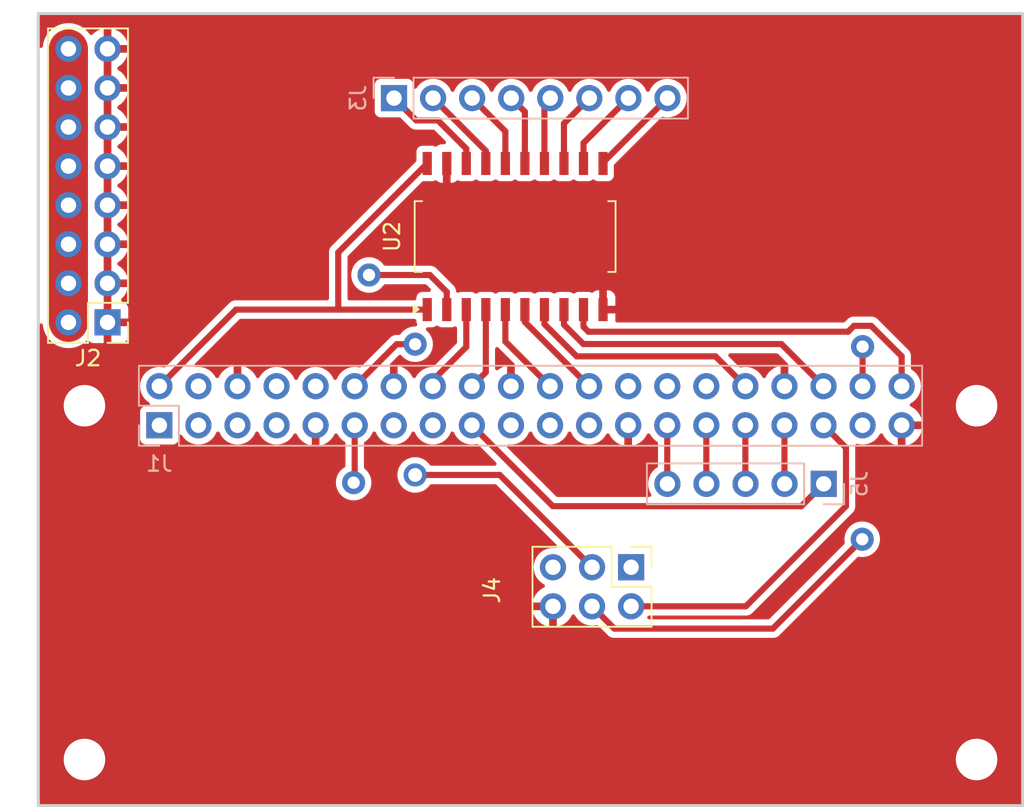
<source format=kicad_pcb>
(kicad_pcb (version 20240108) (generator "pcbnew") (generator_version "8.0")
  (title_block (date "15 nov 2012"))
  (layers (0 "F.Cu" signal) (31 "B.Cu" signal) (36 "B.SilkS" user "B.Silkscreen") (37 "F.SilkS" user "F.Silkscreen") (38 "B.Mask" user) (39 "F.Mask" user) (44 "Edge.Cuts" user))
  (net 0 "")
  (net 1 "GND")
  (net 2 "/GPIO2{slash}SDA1")
  (net 3 "/GPIO3{slash}SCL1")
  (net 4 "/GPIO4{slash}GPCLK0")
  (net 5 "/GPIO27")
  (net 6 "/GPIO26")
  (net 7 "/GPIO7{slash}SPI0.CE1")
  (net 8 "/ID_SCL")
  (net 9 "/GPIO5")
  (net 10 "/GPIO6")
  (net 11 "/GPIO13{slash}PWM1")
  (net 12 "+5V")
  (net 13 "+3V3")
  (net 14 "SMI_SD14")
  (net 15 "SMI_SD1")
  (net 16 "SMI_SD7")
  (net 17 "SMI_SD8")
  (net 18 "I2S_CLK")
  (net 19 "SMI_SD4")
  (net 20 "SMI_SD3")
  (net 21 "I2S_SD")
  (net 22 "SMI_SD16")
  (net 23 "I2S_WS")
  (net 24 "SMI_SD0")
  (net 25 "SMI_SD15")
  (net 26 "SMI_SD9")
  (net 27 "SMI_SD2")
  (net 28 "SMI_SD6")
  (net 29 "SMI_SD17")
  (net 30 "SMI_SD13")
  (net 31 "Net-(J3-Pin_7)")
  (net 32 "Net-(J3-Pin_5)")
  (net 33 "Net-(J3-Pin_1)")
  (net 34 "Net-(J3-Pin_6)")
  (net 35 "Net-(J3-Pin_8)")
  (net 36 "Net-(J3-Pin_2)")
  (net 37 "Net-(J3-Pin_3)")
  (net 38 "Net-(J3-Pin_4)")
  (net 39 "/GPIO0{slash}ID_SDA")
  (net 41 "+12V")
  (footprint "MountingHole:MountingHole_2.7mm_M2.5" (layer "F.Cu") (at 161.5 73.5)
    (property "Reference" "MH2" (hide yes))
    (property "Value" "MountingHole_2.7mm_M2.5" (hide yes))
    (pad "" np_thru_hole circle (at 0 0) (size 2.7 2.7) (drill 2.7) (layers "*.Cu" "*.Mask"))
  )
  (footprint "Connector_PinHeader_2.54mm:PinHeader_2x08_P2.54mm_Vertical" (layer "F.Cu") (at 105 68.08 180)
    (property "Reference" "J2" (at 1.27 -2.33 0) (layer "F.SilkS"))
    (property "Value" "LED power bus")
    (fp_line (start 3.87 -1.33) (end 3.87 19.11) (stroke (width 0.12)) (layer "F.SilkS"))
    (fp_line (start 1.27 1.27) (end 1.27 -1.33) (stroke (width 0.12)) (layer "F.SilkS"))
    (fp_line (start 1.27 -1.33) (end 3.87 -1.33) (stroke (width 0.12)) (layer "F.SilkS"))
    (fp_line (start -1.33 19.11) (end 3.87 19.11) (stroke (width 0.12)) (layer "F.SilkS"))
    (fp_line (start -1.33 1.27) (end 1.27 1.27) (stroke (width 0.12)) (layer "F.SilkS"))
    (fp_line (start -1.33 1.27) (end -1.33 19.11) (stroke (width 0.12)) (layer "F.SilkS"))
    (fp_line (start -1.33 0) (end -1.33 -1.33) (stroke (width 0.12)) (layer "F.SilkS"))
    (fp_line (start -1.33 -1.33) (end 0 -1.33) (stroke (width 0.12)) (layer "F.SilkS"))
    (pad "1a" thru_hole rect (at 0 0 180) (size 1.7 1.7) (drill 1) (layers "*.Cu" "*.Mask") (net 1 "GND"))
    (pad "1b" thru_hole oval (at 2.54 0 180) (size 1.7 1.7) (drill 1) (layers "*.Cu" "*.Mask") (net 41 "+12V"))
    (pad "2a" thru_hole oval (at 0 2.54 180) (size 1.7 1.7) (drill 1) (layers "*.Cu" "*.Mask") (net 1 "GND"))
    (pad "2b" thru_hole oval (at 2.54 2.54 180) (size 1.7 1.7) (drill 1) (layers "*.Cu" "*.Mask") (net 41 "+12V"))
    (pad "3a" thru_hole oval (at 0 5.08 180) (size 1.7 1.7) (drill 1) (layers "*.Cu" "*.Mask") (net 1 "GND"))
    (pad "3b" thru_hole oval (at 2.54 5.08 180) (size 1.7 1.7) (drill 1) (layers "*.Cu" "*.Mask") (net 41 "+12V"))
    (pad "4a" thru_hole oval (at 0 7.62 180) (size 1.7 1.7) (drill 1) (layers "*.Cu" "*.Mask") (net 1 "GND"))
    (pad "4b" thru_hole oval (at 2.54 7.62 180) (size 1.7 1.7) (drill 1) (layers "*.Cu" "*.Mask") (net 41 "+12V"))
    (pad "5a" thru_hole oval (at 0 10.16 180) (size 1.7 1.7) (drill 1) (layers "*.Cu" "*.Mask") (net 1 "GND"))
    (pad "5b" thru_hole oval (at 2.54 10.16 180) (size 1.7 1.7) (drill 1) (layers "*.Cu" "*.Mask") (net 41 "+12V"))
    (pad "6a" thru_hole oval (at 0 12.7 180) (size 1.7 1.7) (drill 1) (layers "*.Cu" "*.Mask") (net 1 "GND"))
    (pad "6b" thru_hole oval (at 2.54 12.7 180) (size 1.7 1.7) (drill 1) (layers "*.Cu" "*.Mask") (net 41 "+12V"))
    (pad "7a" thru_hole oval (at 0 15.24 180) (size 1.7 1.7) (drill 1) (layers "*.Cu" "*.Mask") (net 1 "GND"))
    (pad "7b" thru_hole oval (at 2.54 15.24 180) (size 1.7 1.7) (drill 1) (layers "*.Cu" "*.Mask") (net 41 "+12V"))
    (pad "8a" thru_hole oval (at 0 17.78 180) (size 1.7 1.7) (drill 1) (layers "*.Cu" "*.Mask") (net 1 "GND"))
    (pad "8b" thru_hole oval (at 2.54 17.78 180) (size 1.7 1.7) (drill 1) (layers "*.Cu" "*.Mask") (net 41 "+12V"))
  )
  (footprint "Package_SO:SO-20_12.8x7.5mm_P1.27mm" (layer "F.Cu") (at 131.5 62.5 90)
    (property "Reference" "U2" (at 0 -8 90) (layer "F.SilkS"))
    (property "Value" "74HC245")
    (fp_line (start -2.3 -6.53) (end 2.3 -6.53) (stroke (width 0.12)) (layer "F.SilkS"))
    (fp_line (start 2.3 -6.05) (end 2.3 -6.53) (stroke (width 0.12)) (layer "F.SilkS"))
    (fp_line (start -2.3 -6.05) (end -2.3 -6.53) (stroke (width 0.12)) (layer "F.SilkS"))
    (fp_line (start 2.3 6.05) (end 2.3 6.53) (stroke (width 0.12)) (layer "F.SilkS"))
    (fp_line (start -2.3 6.53) (end -2.3 6.05) (stroke (width 0.12)) (layer "F.SilkS"))
    (fp_line (start -2.3 6.53) (end 2.3 6.53) (stroke (width 0.12)) (layer "F.SilkS"))
    (fp_poly (pts (xy -4.725 -6.275) (xy -4.965 -6.605) (xy -4.485 -6.605) (xy -4.725 -6.275)) (stroke (width 0.12)) (fill solid) (layer "F.SilkS"))
    (pad "1" smd rect (at -4.75 -5.715 90) (size 1.5 0.6) (layers "F.Cu" "F.Paste" "F.Mask") (net 12 "+5V"))
    (pad "2" smd rect (at -4.75 -4.445 90) (size 1.5 0.6) (layers "F.Cu" "F.Paste" "F.Mask") (net 26 "SMI_SD9"))
    (pad "3" smd rect (at -4.75 -3.175 90) (size 1.5 0.6) (layers "F.Cu" "F.Paste" "F.Mask") (net 25 "SMI_SD15"))
    (pad "4" smd rect (at -4.75 -1.905 90) (size 1.5 0.6) (layers "F.Cu" "F.Paste" "F.Mask") (net 22 "SMI_SD16"))
    (pad "5" smd rect (at -4.75 -0.635 90) (size 1.5 0.6) (layers "F.Cu" "F.Paste" "F.Mask") (net 29 "SMI_SD17"))
    (pad "6" smd rect (at -4.75 0.635 90) (size 1.5 0.6) (layers "F.Cu" "F.Paste" "F.Mask") (net 24 "SMI_SD0"))
    (pad "7" smd rect (at -4.75 1.905 90) (size 1.5 0.6) (layers "F.Cu" "F.Paste" "F.Mask") (net 19 "SMI_SD4"))
    (pad "8" smd rect (at -4.75 3.175 90) (size 1.5 0.6) (layers "F.Cu" "F.Paste" "F.Mask") (net 17 "SMI_SD8"))
    (pad "9" smd rect (at -4.75 4.445 90) (size 1.5 0.6) (layers "F.Cu" "F.Paste" "F.Mask") (net 30 "SMI_SD13"))
    (pad "10" smd rect (at -4.75 5.715 90) (size 1.5 0.6) (layers "F.Cu" "F.Paste" "F.Mask") (net 1 "GND"))
    (pad "11" smd rect (at 4.75 5.715 90) (size 1.5 0.6) (layers "F.Cu" "F.Paste" "F.Mask") (net 35 "Net-(J3-Pin_8)"))
    (pad "12" smd rect (at 4.75 4.445 90) (size 1.5 0.6) (layers "F.Cu" "F.Paste" "F.Mask") (net 31 "Net-(J3-Pin_7)"))
    (pad "13" smd rect (at 4.75 3.175 90) (size 1.5 0.6) (layers "F.Cu" "F.Paste" "F.Mask") (net 34 "Net-(J3-Pin_6)"))
    (pad "14" smd rect (at 4.75 1.905 90) (size 1.5 0.6) (layers "F.Cu" "F.Paste" "F.Mask") (net 32 "Net-(J3-Pin_5)"))
    (pad "15" smd rect (at 4.75 0.635 90) (size 1.5 0.6) (layers "F.Cu" "F.Paste" "F.Mask") (net 38 "Net-(J3-Pin_4)"))
    (pad "16" smd rect (at 4.75 -0.635 90) (size 1.5 0.6) (layers "F.Cu" "F.Paste" "F.Mask") (net 37 "Net-(J3-Pin_3)"))
    (pad "17" smd rect (at 4.75 -1.905 90) (size 1.5 0.6) (layers "F.Cu" "F.Paste" "F.Mask") (net 36 "Net-(J3-Pin_2)"))
    (pad "18" smd rect (at 4.75 -3.175 90) (size 1.5 0.6) (layers "F.Cu" "F.Paste" "F.Mask") (net 33 "Net-(J3-Pin_1)"))
    (pad "19" smd rect (at 4.75 -4.445 90) (size 1.5 0.6) (layers "F.Cu" "F.Paste" "F.Mask") (net 1 "GND"))
    (pad "20" smd rect (at 4.75 -5.715 90) (size 1.5 0.6) (layers "F.Cu" "F.Paste" "F.Mask") (net 12 "+5V"))
  )
  (footprint "MountingHole:MountingHole_2.7mm_M2.5" (layer "F.Cu") (at 103.5 96.5)
    (property "Reference" "MH3" (hide yes))
    (property "Value" "MountingHole_2.7mm_M2.5" (hide yes))
    (pad "" np_thru_hole circle (at 0 0) (size 2.7 2.7) (drill 2.7) (layers "*.Cu" "*.Mask"))
  )
  (footprint "MountingHole:MountingHole_2.7mm_M2.5" (layer "F.Cu") (at 103.5 73.5)
    (property "Reference" "MH1" (hide yes))
    (property "Value" "MountingHole_2.7mm_M2.5" (hide yes))
    (pad "" np_thru_hole circle (at 0 0) (size 2.7 2.7) (drill 2.7) (layers "*.Cu" "*.Mask"))
  )
  (footprint "MountingHole:MountingHole_2.7mm_M2.5" (layer "F.Cu") (at 161.5 96.5)
    (property "Reference" "MH4" (hide yes))
    (property "Value" "MountingHole_2.7mm_M2.5" (hide yes))
    (pad "" np_thru_hole circle (at 0 0) (size 2.7 2.7) (drill 2.7) (layers "*.Cu" "*.Mask"))
  )
  (footprint "Connector_PinHeader_2.54mm:PinHeader_2x03_P2.54mm_Vertical" (layer "F.Cu") (at 139.04 84 -90)
    (property "Reference" "J4" (at 1.5 9.04 90) (layer "F.SilkS"))
    (property "Value" "I2S Mic connector")
    (fp_line (start -1.33 6.41) (end 3.87 6.41) (stroke (width 0.12)) (layer "F.SilkS"))
    (fp_line (start -1.33 1.27) (end -1.33 6.41) (stroke (width 0.12)) (layer "F.SilkS"))
    (fp_line (start -1.33 1.27) (end 1.27 1.27) (stroke (width 0.12)) (layer "F.SilkS"))
    (fp_line (start 1.27 1.27) (end 1.27 -1.33) (stroke (width 0.12)) (layer "F.SilkS"))
    (fp_line (start -1.33 0) (end -1.33 -1.33) (stroke (width 0.12)) (layer "F.SilkS"))
    (fp_line (start -1.33 -1.33) (end 0 -1.33) (stroke (width 0.12)) (layer "F.SilkS"))
    (fp_line (start 1.27 -1.33) (end 3.87 -1.33) (stroke (width 0.12)) (layer "F.SilkS"))
    (fp_line (start 3.87 -1.33) (end 3.87 6.41) (stroke (width 0.12)) (layer "F.SilkS"))
    (pad "1" thru_hole rect (at 0 0 270) (size 1.7 1.7) (drill 1) (layers "*.Cu" "*.Mask"))
    (pad "2" thru_hole oval (at 2.54 0 270) (size 1.7 1.7) (drill 1) (layers "*.Cu" "*.Mask") (net 23 "I2S_WS"))
    (pad "3" thru_hole oval (at 0 2.54 270) (size 1.7 1.7) (drill 1) (layers "*.Cu" "*.Mask") (net 18 "I2S_CLK"))
    (pad "4" thru_hole oval (at 2.54 2.54 270) (size 1.7 1.7) (drill 1) (layers "*.Cu" "*.Mask") (net 21 "I2S_SD"))
    (pad "5" thru_hole oval (at 0 5.08 270) (size 1.7 1.7) (drill 1) (layers "*.Cu" "*.Mask") (net 13 "+3V3"))
    (pad "6" thru_hole oval (at 2.54 5.08 270) (size 1.7 1.7) (drill 1) (layers "*.Cu" "*.Mask") (net 1 "GND"))
  )
  (footprint "Connector_PinSocket_2.54mm:PinSocket_2x20_P2.54mm_Vertical" (layer "B.Cu") (at 108.37 74.77 -90)
    (property "Reference" "J1" (at 2.5 0 0) (layer "B.SilkS") (effects (justify mirror)))
    (property "Value" "GPIO")
    (fp_line (start -1.27 1.33) (end -3.87 1.33) (stroke (width 0.12)) (layer "B.SilkS"))
    (fp_line (start 1.33 1.33) (end 0 1.33) (stroke (width 0.12)) (layer "B.SilkS"))
    (fp_line (start 1.33 0) (end 1.33 1.33) (stroke (width 0.12)) (layer "B.SilkS"))
    (fp_line (start -1.27 -1.27) (end -1.27 1.33) (stroke (width 0.12)) (layer "B.SilkS"))
    (fp_line (start 1.33 -1.27) (end -1.27 -1.27) (stroke (width 0.12)) (layer "B.SilkS"))
    (fp_line (start -3.87 -49.59) (end -3.87 1.33) (stroke (width 0.12)) (layer "B.SilkS"))
    (fp_line (start 1.33 -49.59) (end 1.33 -1.27) (stroke (width 0.12)) (layer "B.SilkS"))
    (fp_line (start 1.33 -49.59) (end -3.87 -49.59) (stroke (width 0.12)) (layer "B.SilkS"))
    (pad "1" thru_hole rect (at 0 0 270) (size 1.7 1.7) (drill 1) (layers "*.Cu" "*.Mask") (net 13 "+3V3"))
    (pad "2" thru_hole oval (at -2.54 0 270) (size 1.7 1.7) (drill 1) (layers "*.Cu" "*.Mask") (net 12 "+5V"))
    (pad "3" thru_hole oval (at 0 -2.54 270) (size 1.7 1.7) (drill 1) (layers "*.Cu" "*.Mask") (net 2 "/GPIO2{slash}SDA1"))
    (pad "4" thru_hole oval (at -2.54 -2.54 270) (size 1.7 1.7) (drill 1) (layers "*.Cu" "*.Mask") (net 12 "+5V"))
    (pad "5" thru_hole oval (at 0 -5.08 270) (size 1.7 1.7) (drill 1) (layers "*.Cu" "*.Mask") (net 3 "/GPIO3{slash}SCL1"))
    (pad "6" thru_hole oval (at -2.54 -5.08 270) (size 1.7 1.7) (drill 1) (layers "*.Cu" "*.Mask") (net 1 "GND"))
    (pad "7" thru_hole oval (at 0 -7.62 270) (size 1.7 1.7) (drill 1) (layers "*.Cu" "*.Mask") (net 4 "/GPIO4{slash}GPCLK0"))
    (pad "8" thru_hole oval (at -2.54 -7.62 270) (size 1.7 1.7) (drill 1) (layers "*.Cu" "*.Mask") (net 28 "SMI_SD6"))
    (pad "9" thru_hole oval (at 0 -10.16 270) (size 1.7 1.7) (drill 1) (layers "*.Cu" "*.Mask") (net 1 "GND"))
    (pad "10" thru_hole oval (at -2.54 -10.16 270) (size 1.7 1.7) (drill 1) (layers "*.Cu" "*.Mask") (net 16 "SMI_SD7"))
    (pad "11" thru_hole oval (at 0 -12.7 270) (size 1.7 1.7) (drill 1) (layers "*.Cu" "*.Mask") (net 26 "SMI_SD9"))
    (pad "12" thru_hole oval (at -2.54 -12.7 270) (size 1.7 1.7) (drill 1) (layers "*.Cu" "*.Mask") (net 18 "I2S_CLK"))
    (pad "13" thru_hole oval (at 0 -15.24 270) (size 1.7 1.7) (drill 1) (layers "*.Cu" "*.Mask") (net 5 "/GPIO27"))
    (pad "14" thru_hole oval (at -2.54 -15.24 270) (size 1.7 1.7) (drill 1) (layers "*.Cu" "*.Mask") (net 1 "GND"))
    (pad "15" thru_hole oval (at 0 -17.78 270) (size 1.7 1.7) (drill 1) (layers "*.Cu" "*.Mask") (net 14 "SMI_SD14"))
    (pad "16" thru_hole oval (at -2.54 -17.78 270) (size 1.7 1.7) (drill 1) (layers "*.Cu" "*.Mask") (net 25 "SMI_SD15"))
    (pad "17" thru_hole oval (at 0 -20.32 270) (size 1.7 1.7) (drill 1) (layers "*.Cu" "*.Mask") (net 13 "+3V3"))
    (pad "18" thru_hole oval (at -2.54 -20.32 270) (size 1.7 1.7) (drill 1) (layers "*.Cu" "*.Mask") (net 22 "SMI_SD16"))
    (pad "19" thru_hole oval (at 0 -22.86 270) (size 1.7 1.7) (drill 1) (layers "*.Cu" "*.Mask") (net 27 "SMI_SD2"))
    (pad "20" thru_hole oval (at -2.54 -22.86 270) (size 1.7 1.7) (drill 1) (layers "*.Cu" "*.Mask") (net 1 "GND"))
    (pad "21" thru_hole oval (at 0 -25.4 270) (size 1.7 1.7) (drill 1) (layers "*.Cu" "*.Mask") (net 15 "SMI_SD1"))
    (pad "22" thru_hole oval (at -2.54 -25.4 270) (size 1.7 1.7) (drill 1) (layers "*.Cu" "*.Mask") (net 29 "SMI_SD17"))
    (pad "23" thru_hole oval (at 0 -27.94 270) (size 1.7 1.7) (drill 1) (layers "*.Cu" "*.Mask") (net 20 "SMI_SD3"))
    (pad "24" thru_hole oval (at -2.54 -27.94 270) (size 1.7 1.7) (drill 1) (layers "*.Cu" "*.Mask") (net 24 "SMI_SD0"))
    (pad "25" thru_hole oval (at 0 -30.48 270) (size 1.7 1.7) (drill 1) (layers "*.Cu" "*.Mask") (net 1 "GND"))
    (pad "26" thru_hole oval (at -2.54 -30.48 270) (size 1.7 1.7) (drill 1) (layers "*.Cu" "*.Mask") (net 7 "/GPIO7{slash}SPI0.CE1"))
    (pad "27" thru_hole oval (at 0 -33.02 270) (size 1.7 1.7) (drill 1) (layers "*.Cu" "*.Mask") (net 39 "/GPIO0{slash}ID_SDA"))
    (pad "28" thru_hole oval (at -2.54 -33.02 270) (size 1.7 1.7) (drill 1) (layers "*.Cu" "*.Mask") (net 8 "/ID_SCL"))
    (pad "29" thru_hole oval (at 0 -35.56 270) (size 1.7 1.7) (drill 1) (layers "*.Cu" "*.Mask") (net 9 "/GPIO5"))
    (pad "30" thru_hole oval (at -2.54 -35.56 270) (size 1.7 1.7) (drill 1) (layers "*.Cu" "*.Mask") (net 1 "GND"))
    (pad "31" thru_hole oval (at 0 -38.1 270) (size 1.7 1.7) (drill 1) (layers "*.Cu" "*.Mask") (net 10 "/GPIO6"))
    (pad "32" thru_hole oval (at -2.54 -38.1 270) (size 1.7 1.7) (drill 1) (layers "*.Cu" "*.Mask") (net 19 "SMI_SD4"))
    (pad "33" thru_hole oval (at 0 -40.64 270) (size 1.7 1.7) (drill 1) (layers "*.Cu" "*.Mask") (net 11 "/GPIO13{slash}PWM1"))
    (pad "34" thru_hole oval (at -2.54 -40.64 270) (size 1.7 1.7) (drill 1) (layers "*.Cu" "*.Mask") (net 1 "GND"))
    (pad "35" thru_hole oval (at 0 -43.18 270) (size 1.7 1.7) (drill 1) (layers "*.Cu" "*.Mask") (net 23 "I2S_WS"))
    (pad "36" thru_hole oval (at -2.54 -43.18 270) (size 1.7 1.7) (drill 1) (layers "*.Cu" "*.Mask") (net 17 "SMI_SD8"))
    (pad "37" thru_hole oval (at 0 -45.72 270) (size 1.7 1.7) (drill 1) (layers "*.Cu" "*.Mask") (net 6 "/GPIO26"))
    (pad "38" thru_hole oval (at -2.54 -45.72 270) (size 1.7 1.7) (drill 1) (layers "*.Cu" "*.Mask") (net 21 "I2S_SD"))
    (pad "39" thru_hole oval (at 0 -48.26 270) (size 1.7 1.7) (drill 1) (layers "*.Cu" "*.Mask") (net 1 "GND"))
    (pad "40" thru_hole oval (at -2.54 -48.26 270) (size 1.7 1.7) (drill 1) (layers "*.Cu" "*.Mask") (net 30 "SMI_SD13"))
  )
  (footprint "Connector_PinHeader_2.54mm:PinHeader_1x08_P2.54mm_Vertical" (layer "B.Cu") (at 123.625 53.5 -90)
    (property "Reference" "J3" (at 0 2.33 90) (layer "B.SilkS") (effects (justify mirror)))
    (property "Value" "LED data bus")
    (fp_line (start -1.33 1.33) (end -1.33 0) (stroke (width 0.12)) (layer "B.SilkS"))
    (fp_line (start 0 1.33) (end -1.33 1.33) (stroke (width 0.12)) (layer "B.SilkS"))
    (fp_line (start 1.33 -1.27) (end -1.33 -1.27) (stroke (width 0.12)) (layer "B.SilkS"))
    (fp_line (start -1.33 -19.11) (end -1.33 -1.27) (stroke (width 0.12)) (layer "B.SilkS"))
    (fp_line (start 1.33 -19.11) (end 1.33 -1.27) (stroke (width 0.12)) (layer "B.SilkS"))
    (fp_line (start 1.33 -19.11) (end -1.33 -19.11) (stroke (width 0.12)) (layer "B.SilkS"))
    (pad "1" thru_hole rect (at 0 0 270) (size 1.7 1.7) (drill 1) (layers "*.Cu" "*.Mask") (net 33 "Net-(J3-Pin_1)"))
    (pad "2" thru_hole oval (at 0 -2.54 270) (size 1.7 1.7) (drill 1) (layers "*.Cu" "*.Mask") (net 36 "Net-(J3-Pin_2)"))
    (pad "3" thru_hole oval (at 0 -5.08 270) (size 1.7 1.7) (drill 1) (layers "*.Cu" "*.Mask") (net 37 "Net-(J3-Pin_3)"))
    (pad "4" thru_hole oval (at 0 -7.62 270) (size 1.7 1.7) (drill 1) (layers "*.Cu" "*.Mask") (net 38 "Net-(J3-Pin_4)"))
    (pad "5" thru_hole oval (at 0 -10.16 270) (size 1.7 1.7) (drill 1) (layers "*.Cu" "*.Mask") (net 32 "Net-(J3-Pin_5)"))
    (pad "6" thru_hole oval (at 0 -12.7 270) (size 1.7 1.7) (drill 1) (layers "*.Cu" "*.Mask") (net 34 "Net-(J3-Pin_6)"))
    (pad "7" thru_hole oval (at 0 -15.24 270) (size 1.7 1.7) (drill 1) (layers "*.Cu" "*.Mask") (net 31 "Net-(J3-Pin_7)"))
    (pad "8" thru_hole oval (at 0 -17.78 270) (size 1.7 1.7) (drill 1) (layers "*.Cu" "*.Mask") (net 35 "Net-(J3-Pin_8)"))
  )
  (footprint "Connector_PinHeader_2.54mm:PinHeader_1x05_P2.54mm_Vertical" (layer "B.Cu") (at 151.559624 78.578893 90)
    (property "Reference" "J5" (at 0 2.33 90) (layer "B.SilkS") (effects (justify mirror)))
    (property "Value" "Conn_01x05")
    (fp_line (start 1.33 -11.49) (end -1.33 -11.49) (stroke (width 0.12)) (layer "B.SilkS"))
    (fp_line (start 1.33 -11.49) (end 1.33 -1.27) (stroke (width 0.12)) (layer "B.SilkS"))
    (fp_line (start -1.33 -11.49) (end -1.33 -1.27) (stroke (width 0.12)) (layer "B.SilkS"))
    (fp_line (start 1.33 -1.27) (end -1.33 -1.27) (stroke (width 0.12)) (layer "B.SilkS"))
    (fp_line (start 0 1.33) (end -1.33 1.33) (stroke (width 0.12)) (layer "B.SilkS"))
    (fp_line (start -1.33 1.33) (end -1.33 0) (stroke (width 0.12)) (layer "B.SilkS"))
    (pad "1" thru_hole rect (at 0 0 90) (size 1.7 1.7) (drill 1) (layers "*.Cu" "*.Mask") (net 13 "+3V3"))
    (pad "2" thru_hole oval (at 0 -2.54 90) (size 1.7 1.7) (drill 1) (layers "*.Cu" "*.Mask") (net 11 "/GPIO13{slash}PWM1"))
    (pad "3" thru_hole oval (at 0 -5.08 90) (size 1.7 1.7) (drill 1) (layers "*.Cu" "*.Mask") (net 10 "/GPIO6"))
    (pad "4" thru_hole oval (at 0 -7.62 90) (size 1.7 1.7) (drill 1) (layers "*.Cu" "*.Mask") (net 9 "/GPIO5"))
    (pad "5" thru_hole oval (at 0 -10.16 90) (size 1.7 1.7) (drill 1) (layers "*.Cu" "*.Mask") (net 39 "/GPIO0{slash}ID_SDA"))
  )
  (gr_rect (start 100.5 48) (end 164.5 99.5) (stroke (width 0.2)) (fill none) (layer "Edge.Cuts"))
  (segment (start 143.93 74.77) (end 143.93 78.569269) (width 0.4) (layer "F.Cu") (net 9))
  (segment (start 143.93 78.569269) (end 143.939624 78.578893) (width 0.4) (layer "F.Cu") (net 9))
  (segment (start 146.47 74.77) (end 146.47 78.569269) (width 0.4) (layer "F.Cu") (net 10))
  (segment (start 146.47 78.569269) (end 146.479624 78.578893) (width 0.4) (layer "F.Cu") (net 10))
  (segment (start 149.01 78.569269) (end 149.019624 78.578893) (width 0.4) (layer "F.Cu") (net 11))
  (segment (start 149.01 74.77) (end 149.01 78.569269) (width 0.4) (layer "F.Cu") (net 11))
  (segment (start 125.785 67.25) (end 120 67.25) (width 0.4) (layer "F.Cu") (net 12))
  (segment (start 120 67.25) (end 113.35 67.25) (width 0.4) (layer "F.Cu") (net 12))
  (segment (start 113.35 67.25) (end 108.37 72.23) (width 0.4) (layer "F.Cu") (net 12))
  (segment (start 120 63.535) (end 125.785 57.75) (width 0.4) (layer "F.Cu") (net 12))
  (segment (start 120 67.25) (end 120 63.535) (width 0.4) (layer "F.Cu") (net 12))
  (segment (start 149 80.028893) (end 133.948893 80.028893) (width 0.4) (layer "F.Cu") (net 13))
  (segment (start 151.559624 78.578893) (end 150.109624 80.028893) (width 0.4) (layer "F.Cu") (net 13))
  (segment (start 133.948893 80.028893) (end 128.69 74.77) (width 0.4) (layer "F.Cu") (net 13))
  (segment (start 150.109624 80.028893) (end 149 80.028893) (width 0.4) (layer "F.Cu") (net 13))
  (segment (start 134.675 68.23) (end 135.93363 69.48863) (width 0.4) (layer "F.Cu") (net 17))
  (segment (start 135.93363 69.48863) (end 148.80863 69.48863) (width 0.4) (layer "F.Cu") (net 17))
  (segment (start 148.80863 69.48863) (end 151.55 72.23) (width 0.4) (layer "F.Cu") (net 17))
  (segment (start 134.675 67.25) (end 134.675 68.23) (width 0.4) (layer "F.Cu") (net 17))
  (segment (start 130.5 78) (end 125 78) (width 0.4) (layer "F.Cu") (net 18))
  (segment (start 136.5 84) (end 130.5 78) (width 0.4) (layer "F.Cu") (net 18))
  (segment (start 121.07 72.23) (end 123.8 69.5) (width 0.4) (layer "F.Cu") (net 18))
  (segment (start 123.8 69.5) (end 125 69.5) (width 0.4) (layer "F.Cu") (net 18))
  (via (at 125 69.5) (size 1.5) (drill 0.8) (layers "F.Cu" "B.Cu") (net 18))
  (via (at 125 78) (size 1.5) (drill 0.9) (layers "F.Cu" "B.Cu") (net 18))
  (segment (start 135.5 70.28863) (end 144.52863 70.28863) (width 0.4) (layer "F.Cu") (net 19))
  (segment (start 133.405 68.19363) (end 135.5 70.28863) (width 0.4) (layer "F.Cu") (net 19))
  (segment (start 133.405 67.25) (end 133.405 68.19363) (width 0.4) (layer "F.Cu") (net 19))
  (segment (start 144.52863 70.28863) (end 146.47 72.23) (width 0.4) (layer "F.Cu") (net 19))
  (segment (start 154.09 69.657054) (end 154.093166 69.653888) (width 0.4) (layer "F.Cu") (net 21))
  (segment (start 136.5 86.54) (end 137.95 87.99) (width 0.4) (layer "F.Cu") (net 21))
  (segment (start 154.09 72.23) (end 154.09 69.657054) (width 0.4) (layer "F.Cu") (net 21))
  (segment (start 137.95 87.99) (end 148.256722 87.99) (width 0.4) (layer "F.Cu") (net 21))
  (segment (start 148.256722 87.99) (end 154.066111 82.180611) (width 0.4) (layer "F.Cu") (net 21))
  (via (at 154.09 69.657054) (size 1.5) (drill 0.8) (layers "F.Cu" "B.Cu") (net 21))
  (via (at 154.066111 82.180611) (size 1.5) (drill 0.8) (layers "F.Cu" "B.Cu") (net 21))
  (segment (start 128.69 72.23) (end 129.595 71.325) (width 0.4) (layer "F.Cu") (net 22))
  (segment (start 129.595 71.325) (end 129.595 67.25) (width 0.4) (layer "F.Cu") (net 22))
  (segment (start 146.498517 86.54) (end 153.009624 80.028893) (width 0.4) (layer "F.Cu") (net 23))
  (segment (start 153.009624 76.229624) (end 151.55 74.77) (width 0.4) (layer "F.Cu") (net 23))
  (segment (start 153.009624 80.028893) (end 153.009624 76.229624) (width 0.4) (layer "F.Cu") (net 23))
  (segment (start 139.04 86.54) (end 146.498517 86.54) (width 0.4) (layer "F.Cu") (net 23))
  (segment (start 136.31 72.23) (end 132.135 68.055) (width 0.4) (layer "F.Cu") (net 24))
  (segment (start 132.135 68.055) (end 132.135 67.25) (width 0.4) (layer "F.Cu") (net 24))
  (segment (start 126.15 71.85) (end 128.325 69.675) (width 0.4) (layer "F.Cu") (net 25))
  (segment (start 128.325 69.675) (end 128.325 67.25) (width 0.4) (layer "F.Cu") (net 25))
  (segment (start 126.15 72.23) (end 126.15 72.71939) (width 0.4) (layer "F.Cu") (net 25))
  (segment (start 126.15 72.23) (end 126.15 71.85) (width 0.4) (layer "F.Cu") (net 25))
  (segment (start 125.955 65) (end 127.055 66.1) (width 0.4) (layer "F.Cu") (net 26))
  (segment (start 121.07 74.77) (end 121.07 78.43) (width 0.4) (layer "F.Cu") (net 26))
  (segment (start 121.07 78.43) (end 121 78.5) (width 0.4) (layer "F.Cu") (net 26))
  (segment (start 122 65) (end 125.955 65) (width 0.4) (layer "F.Cu") (net 26))
  (segment (start 127.055 66.1) (end 127.055 67.25) (width 0.4) (layer "F.Cu") (net 26))
  (via (at 122 65) (size 1.5) (drill 0.8) (layers "F.Cu" "B.Cu") (net 26))
  (via (at 121 78.5) (size 1.5) (drill 0.8) (layers "F.Cu" "B.Cu") (net 26))
  (segment (start 130.865 69.325) (end 130.865 67.25) (width 0.4) (layer "F.Cu") (net 29))
  (segment (start 133.77 72.23) (end 130.865 69.325) (width 0.4) (layer "F.Cu") (net 29))
  (segment (start 136.265 68.68863) (end 153.149235 68.68863) (width 0.4) (layer "F.Cu") (net 30))
  (segment (start 156.63 70.287865) (end 156.63 72.23) (width 0.4) (layer "F.Cu") (net 30))
  (segment (start 153.530811 68.307054) (end 154.649189 68.307054) (width 0.4) (layer "F.Cu") (net 30))
  (segment (start 154.649189 68.307054) (end 156.63 70.287865) (width 0.4) (layer "F.Cu") (net 30))
  (segment (start 153.149235 68.68863) (end 153.530811 68.307054) (width 0.4) (layer "F.Cu") (net 30))
  (segment (start 135.945 68.36863) (end 136.265 68.68863) (width 0.4) (layer "F.Cu") (net 30))
  (segment (start 135.945 67.25) (end 135.945 68.36863) (width 0.4) (layer "F.Cu") (net 30))
  (segment (start 138.865 53.5) (end 135.945 56.42) (width 0.4) (layer "F.Cu") (net 31))
  (segment (start 135.945 56.42) (end 135.945 57.75) (width 0.4) (layer "F.Cu") (net 31))
  (segment (start 133.405 57.75) (end 133.405 53.88) (width 0.4) (layer "F.Cu") (net 32))
  (segment (start 133.405 53.88) (end 133.785 53.5) (width 0.4) (layer "F.Cu") (net 32))
  (segment (start 125.075 54.95) (end 123.625 53.5) (width 0.4) (layer "F.Cu") (net 33))
  (segment (start 128.325 57.75) (end 128.325 56.79137) (width 0.4) (layer "F.Cu") (net 33))
  (segment (start 126.48363 54.95) (end 125.075 54.95) (width 0.4) (layer "F.Cu") (net 33))
  (segment (start 128.325 56.79137) (end 126.48363 54.95) (width 0.4) (layer "F.Cu") (net 33))
  (segment (start 136.325 53.5) (end 134.675 55.15) (width 0.4) (layer "F.Cu") (net 34))
  (segment (start 134.675 55.15) (end 134.675 57.75) (width 0.4) (layer "F.Cu") (net 34))
  (segment (start 137.215 57.69) (end 137.215 57.75) (width 0.4) (layer "F.Cu") (net 35))
  (segment (start 141.405 53.5) (end 137.215 57.69) (width 0.4) (layer "F.Cu") (net 35))
  (segment (start 129.595 56.93) (end 126.165 53.5) (width 0.4) (layer "F.Cu") (net 36))
  (segment (start 129.595 57.75) (end 129.595 56.93) (width 0.4) (layer "F.Cu") (net 36))
  (segment (start 130.865 57.75) (end 130.865 55.66) (width 0.4) (layer "F.Cu") (net 37))
  (segment (start 130.865 55.66) (end 128.705 53.5) (width 0.4) (layer "F.Cu") (net 37))
  (segment (start 132.135 54.39) (end 131.245 53.5) (width 0.4) (layer "F.Cu") (net 38))
  (segment (start 132.135 57.75) (end 132.135 54.39) (width 0.4) (layer "F.Cu") (net 38))
  (segment (start 141.39 78.569269) (end 141.399624 78.578893) (width 0.4) (layer "F.Cu") (net 39))
  (segment (start 141.39 74.77) (end 141.39 78.569269) (width 0.4) (layer "F.Cu") (net 39))
  (segment (start 102.46 63) (end 102.46 65.54) (width 2.54) (layer "F.Cu") (net 41))
  (segment (start 102.46 65.54) (end 102.46 68.08) (width 2.54) (layer "F.Cu") (net 41))
  (segment (start 102.46 52.84) (end 102.46 50.3) (width 2.54) (layer "F.Cu") (net 41))
  (segment (start 102.46 60.46) (end 102.46 63) (width 2.54) (layer "F.Cu") (net 41))
  (segment (start 102.46 57.92) (end 102.46 55.38) (width 2.54) (layer "F.Cu") (net 41))
  (segment (start 102.46 60.46) (end 102.46 57.92) (width 2.54) (layer "F.Cu") (net 41))
  (segment (start 102.46 55.38) (end 102.46 52.84) (width 2.54) (layer "F.Cu") (net 41))
  (zone (net 1) (net_name "GND") (layer "F.Cu") (connect_pads (clearance 0)) (min_thickness 0.25) (fill yes (thermal_gap 0.5) (thermal_bridge_width 0.5))
    (polygon (pts (xy 100.5 48) (xy 164.5 48) (xy 164.5 99.5) (xy 100.5 99.5)))
  )
)
</source>
